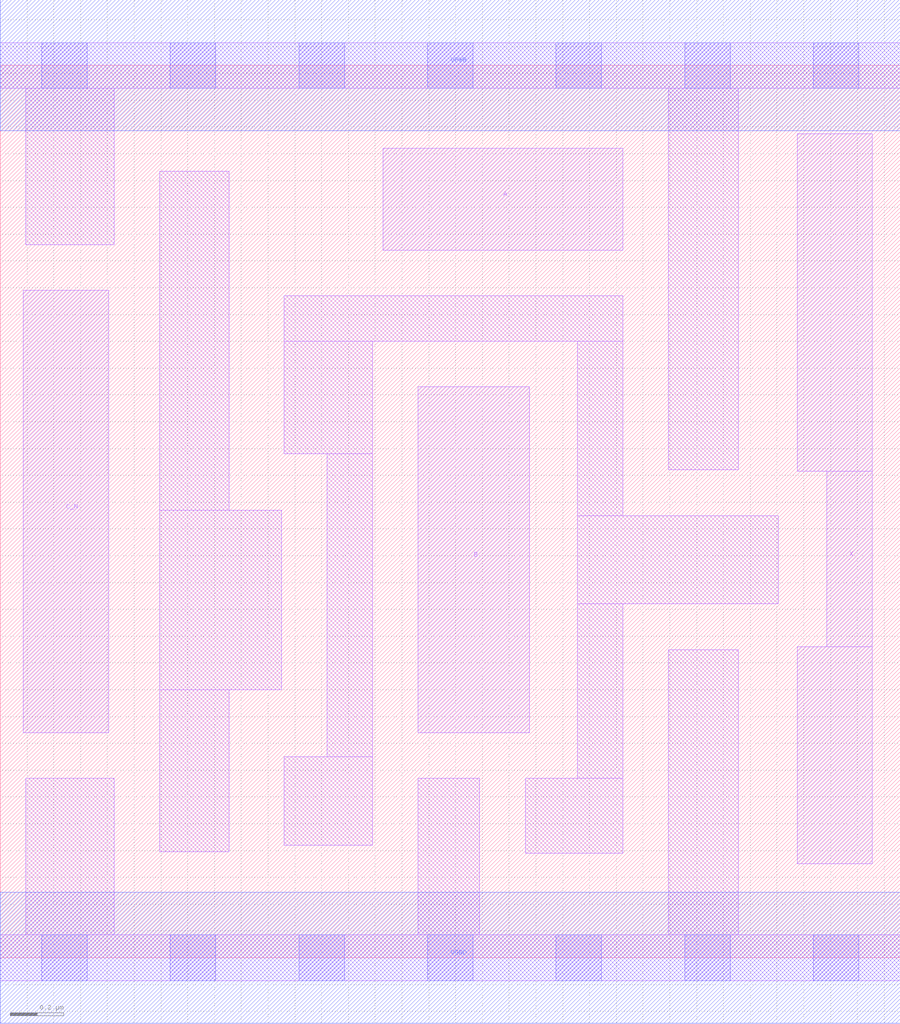
<source format=lef>
# Copyright 2020 The SkyWater PDK Authors
#
# Licensed under the Apache License, Version 2.0 (the "License");
# you may not use this file except in compliance with the License.
# You may obtain a copy of the License at
#
#     https://www.apache.org/licenses/LICENSE-2.0
#
# Unless required by applicable law or agreed to in writing, software
# distributed under the License is distributed on an "AS IS" BASIS,
# WITHOUT WARRANTIES OR CONDITIONS OF ANY KIND, either express or implied.
# See the License for the specific language governing permissions and
# limitations under the License.
#
# SPDX-License-Identifier: Apache-2.0

VERSION 5.7 ;
  NAMESCASESENSITIVE ON ;
  NOWIREEXTENSIONATPIN ON ;
  DIVIDERCHAR "/" ;
  BUSBITCHARS "[]" ;
UNITS
  DATABASE MICRONS 200 ;
END UNITS
MACRO sky130_fd_sc_lp__or3b_1
  CLASS CORE ;
  SOURCE USER ;
  FOREIGN sky130_fd_sc_lp__or3b_1 ;
  ORIGIN  0.000000  0.000000 ;
  SIZE  3.360000 BY  3.330000 ;
  SYMMETRY X Y R90 ;
  SITE unit ;
  PIN A
    ANTENNAGATEAREA  0.126000 ;
    DIRECTION INPUT ;
    USE SIGNAL ;
    PORT
      LAYER li1 ;
        RECT 1.430000 2.640000 2.325000 3.020000 ;
    END
  END A
  PIN B
    ANTENNAGATEAREA  0.126000 ;
    DIRECTION INPUT ;
    USE SIGNAL ;
    PORT
      LAYER li1 ;
        RECT 1.560000 0.840000 1.975000 2.130000 ;
    END
  END B
  PIN C_N
    ANTENNAGATEAREA  0.126000 ;
    DIRECTION INPUT ;
    USE SIGNAL ;
    PORT
      LAYER li1 ;
        RECT 0.085000 0.840000 0.405000 2.490000 ;
    END
  END C_N
  PIN X
    ANTENNADIFFAREA  0.556500 ;
    DIRECTION OUTPUT ;
    USE SIGNAL ;
    PORT
      LAYER li1 ;
        RECT 2.975000 0.350000 3.255000 1.160000 ;
        RECT 2.975000 1.815000 3.255000 3.075000 ;
        RECT 3.085000 1.160000 3.255000 1.815000 ;
    END
  END X
  PIN VGND
    DIRECTION INOUT ;
    USE GROUND ;
    PORT
      LAYER met1 ;
        RECT 0.000000 -0.245000 3.360000 0.245000 ;
    END
  END VGND
  PIN VPWR
    DIRECTION INOUT ;
    USE POWER ;
    PORT
      LAYER met1 ;
        RECT 0.000000 3.085000 3.360000 3.575000 ;
    END
  END VPWR
  OBS
    LAYER li1 ;
      RECT 0.000000 -0.085000 3.360000 0.085000 ;
      RECT 0.000000  3.245000 3.360000 3.415000 ;
      RECT 0.095000  0.085000 0.425000 0.670000 ;
      RECT 0.095000  2.660000 0.425000 3.245000 ;
      RECT 0.595000  0.395000 0.855000 1.000000 ;
      RECT 0.595000  1.000000 1.050000 1.670000 ;
      RECT 0.595000  1.670000 0.855000 2.935000 ;
      RECT 1.060000  0.420000 1.390000 0.750000 ;
      RECT 1.060000  1.880000 1.390000 2.300000 ;
      RECT 1.060000  2.300000 2.325000 2.470000 ;
      RECT 1.220000  0.750000 1.390000 1.880000 ;
      RECT 1.560000  0.085000 1.790000 0.670000 ;
      RECT 1.960000  0.390000 2.325000 0.670000 ;
      RECT 2.155000  0.670000 2.325000 1.320000 ;
      RECT 2.155000  1.320000 2.905000 1.650000 ;
      RECT 2.155000  1.650000 2.325000 2.300000 ;
      RECT 2.495000  0.085000 2.755000 1.150000 ;
      RECT 2.495000  1.820000 2.755000 3.245000 ;
    LAYER mcon ;
      RECT 0.155000 -0.085000 0.325000 0.085000 ;
      RECT 0.155000  3.245000 0.325000 3.415000 ;
      RECT 0.635000 -0.085000 0.805000 0.085000 ;
      RECT 0.635000  3.245000 0.805000 3.415000 ;
      RECT 1.115000 -0.085000 1.285000 0.085000 ;
      RECT 1.115000  3.245000 1.285000 3.415000 ;
      RECT 1.595000 -0.085000 1.765000 0.085000 ;
      RECT 1.595000  3.245000 1.765000 3.415000 ;
      RECT 2.075000 -0.085000 2.245000 0.085000 ;
      RECT 2.075000  3.245000 2.245000 3.415000 ;
      RECT 2.555000 -0.085000 2.725000 0.085000 ;
      RECT 2.555000  3.245000 2.725000 3.415000 ;
      RECT 3.035000 -0.085000 3.205000 0.085000 ;
      RECT 3.035000  3.245000 3.205000 3.415000 ;
  END
END sky130_fd_sc_lp__or3b_1

</source>
